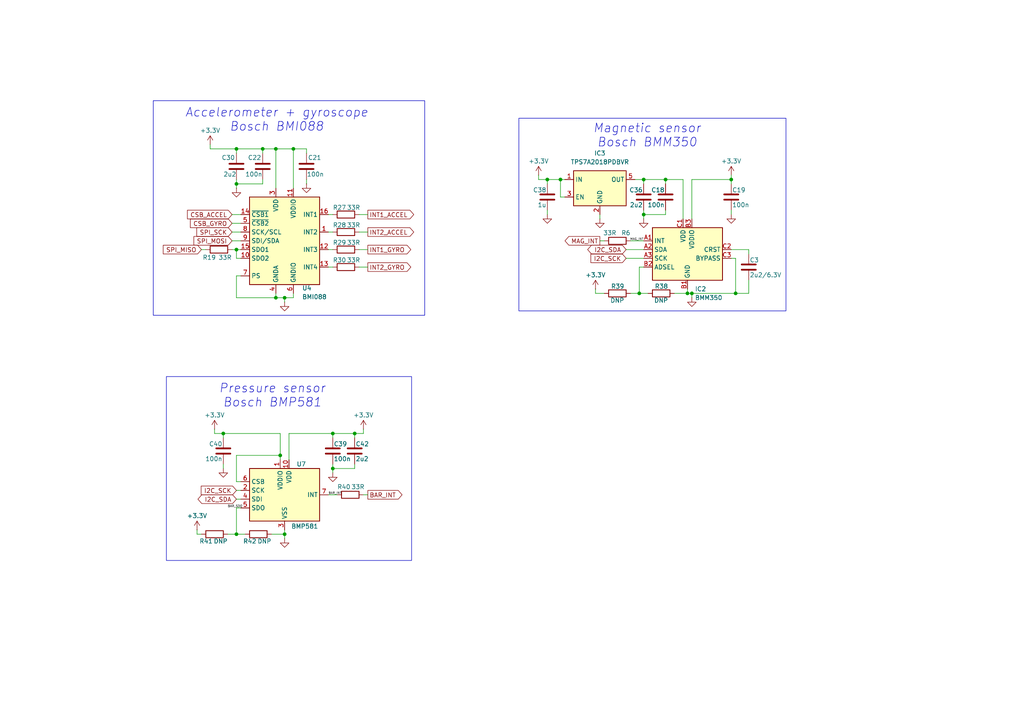
<source format=kicad_sch>
(kicad_sch (version 20250114) (generator "eeschema") (generator_version "9.0")
  (paper "A4")
  (lib_symbols
    (symbol "Device:C" (pin_numbers (hide yes)) (pin_names (offset 0.254))
      (property "Reference" "C" (at 0.635 2.54 0))
      (property "Value" "C" (at 0.635 -2.54 0))
      (symbol "C_0_1"
        (polyline (pts (xy -2.032 0.762) (xy 2.032 0.762)) (stroke (width 0.508)))
        (polyline (pts (xy -2.032 -0.762) (xy 2.032 -0.762)) (stroke (width 0.508)))
      )
      (symbol "C_1_1"
        (pin passive line (at 0 3.81 270) (length 2.794) (name "~") (number "1"))
        (pin passive line (at 0 -3.81 90) (length 2.794) (name "~") (number "2"))
      )
    )
    (symbol "Device:R" (pin_numbers (hide yes)) (pin_names (offset 0))
      (property "Reference" "R" (at 2.032 0 90))
      (property "Value" "R" (at 0 0 90))
      (symbol "R_0_1"
        (rectangle (start -1.016 -2.54) (end 1.016 2.54) (stroke (width 0.254)))
      )
      (symbol "R_1_1"
        (pin passive line (at 0 3.81 270) (length 1.27) (name "~") (number "1"))
        (pin passive line (at 0 -3.81 90) (length 1.27) (name "~") (number "2"))
      )
    )
    (symbol "SamacSys_Parts:BMM350"
      (property "Reference" "IC" (at 29.21 7.62 0))
      (property "Value" "BMM350" (at 29.21 5.08 0))
      (symbol "BMM350_1_1"
        (rectangle (start 7.62 2.54) (end 27.94 -12.7) (stroke (width 0.254)) (fill (type background)))
        (pin passive line (at 5.08 -1.27 0) (length 2.54) (name "INT") (number "A1"))
        (pin passive line (at 5.08 -3.81 0) (length 2.54) (name "SDA") (number "A2"))
        (pin passive line (at 5.08 -6.35 0) (length 2.54) (name "SCK") (number "A3"))
        (pin passive line (at 5.08 -8.89 0) (length 2.54) (name "ADSEL") (number "B2"))
        (pin passive line (at 16.51 5.08 270) (length 2.54) (name "VDD") (number "C1"))
        (pin passive line (at 17.78 -15.24 90) (length 2.54) (name "GND") (number "B1"))
        (pin passive line (at 19.05 5.08 270) (length 2.54) (name "VDDIO") (number "B3"))
        (pin passive line (at 30.48 -3.81 180) (length 2.54) (name "CRST") (number "C2"))
        (pin passive line (at 30.48 -6.35 180) (length 2.54) (name "BYPASS") (number "C3"))
      )
    )
    (symbol "SamacSys_Parts:BMP581"
      (property "Reference" "U" (at 26.67 17.78 0))
      (property "Value" "BMP581" (at 26.67 15.24 0))
      (symbol "BMP581_1_1"
        (rectangle (start 5.08 10.16) (end 25.4 -5.08) (stroke (width 0.254)) (fill (type background)))
        (pin passive line (at 2.54 6.35 0) (length 2.54) (name "CSB") (number "6"))
        (pin passive line (at 2.54 3.81 0) (length 2.54) (name "SCK") (number "2"))
        (pin passive line (at 2.54 1.27 0) (length 2.54) (name "SDI") (number "4"))
        (pin passive line (at 2.54 -1.27 0) (length 2.54) (name "SDO") (number "5"))
        (pin passive line (at 13.97 12.7 270) (length 2.54) (name "VDDIO") (number "1"))
        (pin power_in line (at 15.24 -7.62 90) (length 2.54) (name "VSS") (number "3"))
        (pin power_in line (at 15.24 -7.62 90) (length 2.54) (hide yes) (name "VSS") (number "8"))
        (pin power_in line (at 15.24 -7.62 90) (length 2.54) (hide yes) (name "VSS") (number "9"))
        (pin passive line (at 16.51 12.7 270) (length 2.54) (name "VDD") (number "10"))
        (pin passive line (at 27.94 2.54 180) (length 2.54) (name "INT") (number "7"))
      )
    )
    (symbol "SamacSys_Parts:TPS7A2018PDBVR"
      (property "Reference" "IC" (at 6.35 7.366 0))
      (property "Value" "TPS7A2018PDBVR" (at 6.35 4.826 0))
      (symbol "TPS7A2018PDBVR_1_1"
        (rectangle (start 5.08 2.54) (end 20.32 -7.62) (stroke (width 0.254)) (fill (type background)))
        (pin passive line (at 2.54 0 0) (length 2.54) (name "IN") (number "1"))
        (pin passive line (at 2.54 -5.08 0) (length 2.54) (name "EN") (number "3"))
        (pin passive line (at 12.7 -10.16 90) (length 2.54) (name "GND") (number "2"))
        (pin passive line (at 22.86 0 180) (length 2.54) (name "OUT") (number "5"))
        (pin no_connect line (at 22.86 -5.08 180) (length 2.54) (hide yes) (name "N/C") (number "4"))
      )
    )
    (symbol "Sensor_Motion:BMI088"
      (property "Reference" "U" (at -8.89 13.97 0))
      (property "Value" "BMI088" (at 8.89 13.97 0))
      (symbol "BMI088_1_1"
        (rectangle (start -10.16 12.7) (end 10.16 -12.7) (stroke (width 0.254)) (fill (type background)))
        (pin input line (at -12.7 7.62 0) (length 2.54) (name "~{CSB1}") (number "14"))
        (pin input line (at -12.7 5.08 0) (length 2.54) (name "~{CSB2}") (number "5"))
        (pin input line (at -12.7 2.54 0) (length 2.54) (name "SCK/SCL") (number "8"))
        (pin bidirectional line (at -12.7 0 0) (length 2.54) (name "SDI/SDA") (number "9"))
        (pin output line (at -12.7 -2.54 0) (length 2.54) (name "SDO1") (number "15"))
        (pin output line (at -12.7 -5.08 0) (length 2.54) (name "SDO2") (number "10"))
        (pin input line (at -12.7 -10.16 0) (length 2.54) (name "PS") (number "7"))
        (pin power_in line (at -2.54 15.24 270) (length 2.54) (name "VDD") (number "3"))
        (pin passive line (at -2.54 -15.24 90) (length 2.54) (hide yes) (name "GNDA") (number "2"))
        (pin power_in line (at -2.54 -15.24 90) (length 2.54) (name "GNDA") (number "4"))
        (pin power_in line (at 2.54 15.24 270) (length 2.54) (name "VDDIO") (number "11"))
        (pin power_in line (at 2.54 -15.24 90) (length 2.54) (name "GNDIO") (number "6"))
        (pin bidirectional line (at 12.7 7.62 180) (length 2.54) (name "INT1") (number "16"))
        (pin bidirectional line (at 12.7 2.54 180) (length 2.54) (name "INT2") (number "1"))
        (pin bidirectional line (at 12.7 -2.54 180) (length 2.54) (name "INT3") (number "12"))
        (pin bidirectional line (at 12.7 -7.62 180) (length 2.54) (name "INT4") (number "13"))
      )
    )
    (symbol "power:+3.3V" (power) (pin_numbers (hide yes)) (pin_names (offset 0) (hide yes))
      (property "Value" "+3.3V" (at 0 3.556 0))
      (symbol "+3.3V_0_1"
        (polyline (pts (xy -0.762 1.27) (xy 0 2.54)))
        (polyline (pts (xy 0 2.54) (xy 0.762 1.27)))
        (polyline (pts (xy 0 0) (xy 0 2.54)))
      )
      (symbol "+3.3V_1_1"
        (pin power_in line (at 0 0 90) (length 0) (name "~") (number "1"))
      )
    )
    (symbol "power:GND" (power) (pin_numbers (hide yes)) (pin_names (offset 0) (hide yes))
      (property "Value" "GND" (at 0 -3.81 0))
      (symbol "GND_0_1"
        (polyline (pts (xy 0 0) (xy 0 -1.27) (xy 1.27 -1.27) (xy 0 -2.54) (xy -1.27 -1.27) (xy 0 -1.27)))
      )
      (symbol "GND_1_1"
        (pin power_in line (at 0 0 270) (length 0) (name "~") (number "1"))
      )
    )
  )
  (rectangle (start 150.495 34.29) (end 227.965 90.17))
  (rectangle (start 44.45 29.21) (end 123.19 91.44))
  (rectangle (start 48.26 109.22) (end 119.38 162.56))
  (text "Accelerometer + gyroscope\nBosch BMI088" (at 80.264 34.798 0) (effects (font (size 2.54 2.54) (italic yes))))
  (text "Magnetic sensor\nBosch BMM350" (at 187.706 39.37 0) (effects (font (size 2.54 2.54) (italic yes))))
  (text "Pressure sensor\nBosch BMP581" (at 78.994 114.808 0) (effects (font (size 2.54 2.54) (italic yes))))
  (junction (at 82.55 86.36))
  (junction (at 68.58 72.39))
  (junction (at 158.75 52.07))
  (junction (at 80.01 43.18))
  (junction (at 80.01 86.36))
  (junction (at 200.66 85.09))
  (junction (at 82.55 154.94))
  (junction (at 68.58 53.34))
  (junction (at 81.28 132.08))
  (junction (at 85.09 43.18))
  (junction (at 186.69 52.07))
  (junction (at 186.69 62.23))
  (junction (at 76.2 43.18))
  (junction (at 185.42 85.09))
  (junction (at 96.52 135.89))
  (junction (at 212.09 52.07))
  (junction (at 102.87 125.73))
  (junction (at 199.39 85.09))
  (junction (at 64.77 125.73))
  (junction (at 162.56 52.07))
  (junction (at 213.36 85.09))
  (junction (at 68.58 154.94))
  (junction (at 96.52 125.73))
  (junction (at 193.04 52.07))
  (junction (at 68.58 43.18))
  (wire (pts (xy 68.58 74.93) (xy 68.58 72.39)))
  (wire (pts (xy 80.01 43.18) (xy 80.01 54.61)))
  (wire (pts (xy 81.28 132.08) (xy 81.28 133.35)))
  (wire (pts (xy 95.25 143.51) (xy 97.79 143.51)))
  (wire (pts (xy 80.01 43.18) (xy 85.09 43.18)))
  (wire (pts (xy 156.21 50.8) (xy 156.21 52.07)))
  (wire (pts (xy 58.42 154.94) (xy 57.15 154.94)))
  (wire (pts (xy 82.55 86.36) (xy 85.09 86.36)))
  (wire (pts (xy 163.83 57.15) (xy 162.56 57.15)))
  (wire (pts (xy 181.61 74.93) (xy 186.69 74.93)))
  (wire (pts (xy 58.42 72.39) (xy 59.69 72.39)))
  (wire (pts (xy 96.52 67.31) (xy 95.25 67.31)))
  (wire (pts (xy 217.17 72.39) (xy 217.17 73.66)))
  (wire (pts (xy 68.58 132.08) (xy 81.28 132.08)))
  (wire (pts (xy 199.39 83.82) (xy 199.39 85.09)))
  (wire (pts (xy 106.68 77.47) (xy 104.14 77.47)))
  (wire (pts (xy 82.55 154.94) (xy 82.55 156.21)))
  (wire (pts (xy 88.9 43.18) (xy 85.09 43.18)))
  (wire (pts (xy 186.69 60.96) (xy 186.69 62.23)))
  (wire (pts (xy 64.77 134.62) (xy 64.77 135.89)))
  (wire (pts (xy 213.36 74.93) (xy 213.36 85.09)))
  (wire (pts (xy 68.58 147.32) (xy 69.85 147.32)))
  (wire (pts (xy 78.74 154.94) (xy 82.55 154.94)))
  (wire (pts (xy 158.75 52.07) (xy 162.56 52.07)))
  (wire (pts (xy 212.09 72.39) (xy 217.17 72.39)))
  (wire (pts (xy 68.58 43.18) (xy 76.2 43.18)))
  (wire (pts (xy 186.69 77.47) (xy 185.42 77.47)))
  (wire (pts (xy 68.58 154.94) (xy 71.12 154.94)))
  (wire (pts (xy 85.09 85.09) (xy 85.09 86.36)))
  (wire (pts (xy 186.69 53.34) (xy 186.69 52.07)))
  (wire (pts (xy 67.31 62.23) (xy 69.85 62.23)))
  (wire (pts (xy 162.56 57.15) (xy 162.56 52.07)))
  (wire (pts (xy 96.52 135.89) (xy 102.87 135.89)))
  (wire (pts (xy 96.52 62.23) (xy 95.25 62.23)))
  (wire (pts (xy 64.77 125.73) (xy 64.77 127)))
  (wire (pts (xy 67.31 64.77) (xy 69.85 64.77)))
  (wire (pts (xy 81.28 125.73) (xy 81.28 132.08)))
  (wire (pts (xy 173.99 62.23) (xy 173.99 63.5)))
  (wire (pts (xy 76.2 43.18) (xy 80.01 43.18)))
  (wire (pts (xy 66.04 154.94) (xy 68.58 154.94)))
  (wire (pts (xy 96.52 135.89) (xy 96.52 137.16)))
  (wire (pts (xy 158.75 53.34) (xy 158.75 52.07)))
  (wire (pts (xy 105.41 143.51) (xy 106.68 143.51)))
  (wire (pts (xy 69.85 74.93) (xy 68.58 74.93)))
  (wire (pts (xy 212.09 74.93) (xy 213.36 74.93)))
  (wire (pts (xy 158.75 60.96) (xy 158.75 62.23)))
  (wire (pts (xy 193.04 60.96) (xy 193.04 62.23)))
  (wire (pts (xy 88.9 52.07) (xy 88.9 53.34)))
  (wire (pts (xy 156.21 52.07) (xy 158.75 52.07)))
  (wire (pts (xy 106.68 72.39) (xy 104.14 72.39)))
  (wire (pts (xy 182.88 85.09) (xy 185.42 85.09)))
  (wire (pts (xy 68.58 43.18) (xy 68.58 44.45)))
  (wire (pts (xy 105.41 125.73) (xy 105.41 124.46)))
  (wire (pts (xy 68.58 54.61) (xy 68.58 53.34)))
  (wire (pts (xy 76.2 52.07) (xy 76.2 53.34)))
  (wire (pts (xy 195.58 85.09) (xy 199.39 85.09)))
  (wire (pts (xy 83.82 125.73) (xy 83.82 133.35)))
  (wire (pts (xy 68.58 147.32) (xy 68.58 154.94)))
  (wire (pts (xy 105.41 125.73) (xy 102.87 125.73)))
  (wire (pts (xy 82.55 153.67) (xy 82.55 154.94)))
  (wire (pts (xy 67.31 69.85) (xy 69.85 69.85)))
  (wire (pts (xy 186.69 52.07) (xy 193.04 52.07)))
  (wire (pts (xy 200.66 85.09) (xy 199.39 85.09)))
  (wire (pts (xy 88.9 44.45) (xy 88.9 43.18)))
  (wire (pts (xy 175.26 69.85) (xy 173.99 69.85)))
  (wire (pts (xy 68.58 86.36) (xy 80.01 86.36)))
  (wire (pts (xy 217.17 81.28) (xy 217.17 85.09)))
  (wire (pts (xy 185.42 85.09) (xy 185.42 77.47)))
  (wire (pts (xy 82.55 86.36) (xy 80.01 86.36)))
  (wire (pts (xy 68.58 144.78) (xy 69.85 144.78)))
  (wire (pts (xy 68.58 53.34) (xy 76.2 53.34)))
  (wire (pts (xy 162.56 52.07) (xy 163.83 52.07)))
  (wire (pts (xy 172.72 83.82) (xy 172.72 85.09)))
  (wire (pts (xy 96.52 72.39) (xy 95.25 72.39)))
  (wire (pts (xy 76.2 43.18) (xy 76.2 44.45)))
  (wire (pts (xy 62.23 125.73) (xy 62.23 124.46)))
  (wire (pts (xy 193.04 52.07) (xy 193.04 53.34)))
  (wire (pts (xy 68.58 139.7) (xy 69.85 139.7)))
  (wire (pts (xy 186.69 62.23) (xy 186.69 63.5)))
  (wire (pts (xy 68.58 72.39) (xy 69.85 72.39)))
  (wire (pts (xy 67.31 72.39) (xy 68.58 72.39)))
  (wire (pts (xy 198.12 52.07) (xy 198.12 63.5)))
  (wire (pts (xy 68.58 142.24) (xy 69.85 142.24)))
  (wire (pts (xy 200.66 52.07) (xy 200.66 63.5)))
  (wire (pts (xy 68.58 80.01) (xy 68.58 86.36)))
  (wire (pts (xy 68.58 139.7) (xy 68.58 132.08)))
  (wire (pts (xy 212.09 52.07) (xy 212.09 53.34)))
  (wire (pts (xy 67.31 67.31) (xy 69.85 67.31)))
  (wire (pts (xy 83.82 125.73) (xy 96.52 125.73)))
  (wire (pts (xy 96.52 125.73) (xy 96.52 127)))
  (wire (pts (xy 200.66 52.07) (xy 212.09 52.07)))
  (wire (pts (xy 106.68 62.23) (xy 104.14 62.23)))
  (wire (pts (xy 212.09 52.07) (xy 212.09 50.8)))
  (wire (pts (xy 106.68 67.31) (xy 104.14 67.31)))
  (wire (pts (xy 102.87 134.62) (xy 102.87 135.89)))
  (wire (pts (xy 184.15 52.07) (xy 186.69 52.07)))
  (wire (pts (xy 85.09 43.18) (xy 85.09 54.61)))
  (wire (pts (xy 57.15 153.67) (xy 57.15 154.94)))
  (wire (pts (xy 62.23 125.73) (xy 64.77 125.73)))
  (wire (pts (xy 82.55 86.36) (xy 82.55 87.63)))
  (wire (pts (xy 96.52 134.62) (xy 96.52 135.89)))
  (wire (pts (xy 200.66 85.09) (xy 200.66 86.36)))
  (wire (pts (xy 68.58 52.07) (xy 68.58 53.34)))
  (wire (pts (xy 187.96 85.09) (xy 185.42 85.09)))
  (wire (pts (xy 186.69 62.23) (xy 193.04 62.23)))
  (wire (pts (xy 64.77 125.73) (xy 81.28 125.73)))
  (wire (pts (xy 200.66 85.09) (xy 213.36 85.09)))
  (wire (pts (xy 102.87 125.73) (xy 102.87 127)))
  (wire (pts (xy 69.85 80.01) (xy 68.58 80.01)))
  (wire (pts (xy 60.96 43.18) (xy 68.58 43.18)))
  (wire (pts (xy 182.88 69.85) (xy 186.69 69.85)))
  (wire (pts (xy 96.52 77.47) (xy 95.25 77.47)))
  (wire (pts (xy 80.01 85.09) (xy 80.01 86.36)))
  (wire (pts (xy 60.96 41.91) (xy 60.96 43.18)))
  (wire (pts (xy 193.04 52.07) (xy 198.12 52.07)))
  (wire (pts (xy 181.61 72.39) (xy 186.69 72.39)))
  (wire (pts (xy 96.52 125.73) (xy 102.87 125.73)))
  (wire (pts (xy 213.36 85.09) (xy 217.17 85.09)))
  (wire (pts (xy 212.09 60.96) (xy 212.09 62.23)))
  (wire (pts (xy 172.72 85.09) (xy 175.26 85.09)))
  (label "BAR_SDO" (at 66.04 147.32 0) (effects (font (size 0.635 0.635) (thickness 0.0794))))
  (label "MAG_INT" (at 186.69 69.85 180) (effects (font (size 0.635 0.635) (thickness 0.0794))))
  (label "BAR_INT" (at 95.25 143.51 0) (effects (font (size 0.635 0.635) (thickness 0.0794))))
  (global_label "SPI_SCK" (shape input) (at 67.31 67.31 180) (property "Intersheetrefs" "${INTERSHEET_REFS}" (effects (hide yes))))
  (global_label "MAG_INT" (shape output) (at 173.99 69.85 180) (property "Intersheetrefs" "${INTERSHEET_REFS}" (effects (hide yes))))
  (global_label "INT1_GYRO" (shape output) (at 106.68 72.39 0) (property "Intersheetrefs" "${INTERSHEET_REFS}" (effects (hide yes))))
  (global_label "INT2_ACCEL" (shape output) (at 106.68 67.31 0) (property "Intersheetrefs" "${INTERSHEET_REFS}" (effects (hide yes))))
  (global_label "SPI_MOSI" (shape input) (at 67.31 69.85 180) (property "Intersheetrefs" "${INTERSHEET_REFS}" (effects (hide yes))))
  (global_label "I2C_SCK" (shape input) (at 68.58 142.24 180) (property "Intersheetrefs" "${INTERSHEET_REFS}" (effects (hide yes))))
  (global_label "I2C_SCK" (shape input) (at 181.61 74.93 180) (property "Intersheetrefs" "${INTERSHEET_REFS}" (effects (hide yes))))
  (global_label "I2C_SDA" (shape bidirectional) (at 68.58 144.78 180) (property "Intersheetrefs" "${INTERSHEET_REFS}" (effects (hide yes))))
  (global_label "INT1_ACCEL" (shape output) (at 106.68 62.23 0) (property "Intersheetrefs" "${INTERSHEET_REFS}" (effects (hide yes))))
  (global_label "BAR_INT" (shape output) (at 106.68 143.51 0) (property "Intersheetrefs" "${INTERSHEET_REFS}" (effects (hide yes))))
  (global_label "I2C_SDA" (shape bidirectional) (at 181.61 72.39 180) (property "Intersheetrefs" "${INTERSHEET_REFS}" (effects (hide yes))))
  (global_label "SPI_MISO" (shape input) (at 58.42 72.39 180) (property "Intersheetrefs" "${INTERSHEET_REFS}" (effects (hide yes))))
  (global_label "CSB_ACCEL" (shape input) (at 67.31 62.23 180) (property "Intersheetrefs" "${INTERSHEET_REFS}" (effects (hide yes))))
  (global_label "INT2_GYRO" (shape output) (at 106.68 77.47 0) (property "Intersheetrefs" "${INTERSHEET_REFS}" (effects (hide yes))))
  (global_label "CSB_GYRO" (shape input) (at 67.31 64.77 180) (property "Intersheetrefs" "${INTERSHEET_REFS}" (effects (hide yes))))
  (symbol (lib_id "power:GND") (at 173.99 63.5 0) (unit 1)
    (property "Reference" "#PWR066" (effects (hide yes)))
    (property "Value" "GND" (effects (hide yes)))
    (property "Description" "Power symbol creates a global label with name \"GND\" , ground" (effects (hide yes)))
  )
  (symbol (lib_id "Device:C") (at 186.69 57.15 0) (mirror y) (unit 1)
    (property "Reference" "C36" (at 186.436 55.118 0) (effects (justify left)))
    (property "Value" "2u2" (at 186.436 59.436 0) (effects (justify left)))
    (property "Footprint" "Capacitor_SMD:C_0805_2012Metric" (effects (hide yes)))
    (property "Description" "Unpolarized capacitor" (effects (hide yes)))
  )
  (symbol (lib_id "power:GND") (at 88.9 53.34 0) (unit 1)
    (property "Reference" "#PWR077" (effects (hide yes)))
    (property "Value" "GND" (effects (hide yes)))
    (property "Description" "Power symbol creates a global label with name \"GND\" , ground" (effects (hide yes)))
  )
  (symbol (lib_id "SamacSys_Parts:BMP581") (at 67.31 146.05 0) (unit 1)
    (property "Reference" "U7" (at 87.376 134.62 0))
    (property "Value" "BMP581" (at 88.392 152.654 0))
    (property "Footprint" "BMP581" (effects (hide yes)))
    (property "Datasheet" "https://www.bosch-sensortec.com/media/boschsensortec/downloads/datasheets/bst-bmp581-ds004.pdf" (effects (hide yes)))
    (property "Description" "Pressure Sensor 4.35PSI ~ 18.13PSI (30kPa ~ 125kPa) Absolute 10-WFLGA" (effects (hide yes)))
    (property "Height" "0.8" (effects (hide yes)))
    (property "Mouser Part Number" "262-BMP581" (effects (hide yes)))
    (property "Mouser Price/Stock" "https://www.mouser.co.uk/ProductDetail/Bosch-Sensortec/BMP581?qs=Li%252BoUPsLEntPL9tlFmcgXg%3D%3D" (effects (hide yes)))
    (property "Manufacturer_Name" "BOSCH" (effects (hide yes)))
    (property "Manufacturer_Part_Number" "BMP581" (effects (hide yes)))
  )
  (symbol (lib_id "Device:R") (at 101.6 143.51 270) (mirror x) (unit 1) (on_board no)
    (property "Reference" "R40" (at 97.79 141.224 90) (effects (justify left)))
    (property "Value" "33R" (at 101.854 141.224 90) (effects (justify left)))
    (property "Footprint" "Resistor_SMD:R_0603_1608Metric" (effects (hide yes)))
    (property "Description" "Resistor" (effects (hide yes)))
  )
  (symbol (lib_id "power:GND") (at 82.55 87.63 0) (unit 1)
    (property "Reference" "#PWR017" (effects (hide yes)))
    (property "Value" "GND" (effects (hide yes)))
    (property "Description" "Power symbol creates a global label with name \"GND\" , ground" (effects (hide yes)))
  )
  (symbol (lib_id "power:GND") (at 64.77 135.89 0) (mirror y) (unit 1)
    (property "Reference" "#PWR073" (effects (hide yes)))
    (property "Value" "GND" (effects (hide yes)))
    (property "Description" "Power symbol creates a global label with name \"GND\" , ground" (effects (hide yes)))
  )
  (symbol (lib_id "Device:C") (at 96.52 130.81 0) (unit 1)
    (property "Reference" "C39" (at 96.774 128.778 0) (effects (justify left)))
    (property "Value" "100n" (at 96.774 133.096 0) (effects (justify left)))
    (property "Footprint" "Capacitor_SMD:C_0805_2012Metric" (effects (hide yes)))
    (property "Description" "Unpolarized capacitor" (effects (hide yes)))
  )
  (symbol (lib_id "Device:R") (at 74.93 154.94 90) (mirror x) (unit 1)
    (property "Reference" "R42" (at 74.422 156.972 90) (effects (justify left)))
    (property "Value" "DNP" (at 78.74 156.972 90) (effects (justify left)))
    (property "Footprint" "Resistor_SMD:R_0201_0603Metric" (effects (hide yes)))
    (property "Description" "Resistor" (effects (hide yes)))
  )
  (symbol (lib_id "Device:C") (at 217.17 77.47 0) (unit 1)
    (property "Reference" "C3" (at 217.424 75.438 0) (effects (justify left)))
    (property "Value" "2u2/6.3V" (at 217.424 79.756 0) (effects (justify left)))
    (property "Footprint" "Capacitor_SMD:C_0805_2012Metric" (effects (hide yes)))
    (property "Description" "Unpolarized capacitor" (effects (hide yes)))
  )
  (symbol (lib_id "Device:R") (at 100.33 67.31 270) (unit 1)
    (property "Reference" "R28" (at 96.52 65.278 90) (effects (justify left)))
    (property "Value" "33R" (at 100.584 65.278 90) (effects (justify left)))
    (property "Footprint" "Resistor_SMD:R_0603_1608Metric" (effects (hide yes)))
    (property "Description" "Resistor" (effects (hide yes)))
  )
  (symbol (lib_id "Device:R") (at 100.33 77.47 270) (unit 1)
    (property "Reference" "R30" (at 96.52 75.438 90) (effects (justify left)))
    (property "Value" "33R" (at 100.584 75.438 90) (effects (justify left)))
    (property "Footprint" "Resistor_SMD:R_0603_1608Metric" (effects (hide yes)))
    (property "Description" "Resistor" (effects (hide yes)))
  )
  (symbol (lib_id "Device:C") (at 212.09 57.15 0) (unit 1)
    (property "Reference" "C19" (at 212.344 55.118 0) (effects (justify left)))
    (property "Value" "100n" (at 212.344 59.436 0) (effects (justify left)))
    (property "Footprint" "Capacitor_SMD:C_0805_2012Metric" (effects (hide yes)))
    (property "Description" "Unpolarized capacitor" (effects (hide yes)))
  )
  (symbol (lib_id "Device:C") (at 76.2 48.26 0) (unit 1)
    (property "Reference" "C22" (at 71.882 45.72 0) (effects (justify left)))
    (property "Value" "100n" (at 71.12 50.546 0) (effects (justify left)))
    (property "Footprint" "Capacitor_SMD:C_0805_2012Metric" (effects (hide yes)))
    (property "Description" "Unpolarized capacitor" (effects (hide yes)))
  )
  (symbol (lib_id "power:+3.3V") (at 172.72 83.82 0) (unit 1)
    (property "Reference" "#PWR069" (effects (hide yes)))
    (property "Value" "+3.3V" (at 172.72 79.756 0))
    (property "Description" "Power symbol creates a global label with name \"+3.3V\"" (effects (hide yes)))
  )
  (symbol (lib_id "power:GND") (at 82.55 156.21 0) (unit 1)
    (property "Reference" "#PWR061" (effects (hide yes)))
    (property "Value" "GND" (effects (hide yes)))
    (property "Description" "Power symbol creates a global label with name \"GND\" , ground" (effects (hide yes)))
  )
  (symbol (lib_id "power:+3.3V") (at 57.15 153.67 0) (mirror y) (unit 1)
    (property "Reference" "#PWR076" (effects (hide yes)))
    (property "Value" "+3.3V" (at 57.15 149.606 0))
    (property "Description" "Power symbol creates a global label with name \"+3.3V\"" (effects (hide yes)))
  )
  (symbol (lib_id "power:+3.3V") (at 156.21 50.8 0) (unit 1)
    (property "Reference" "#PWR068" (effects (hide yes)))
    (property "Value" "+3.3V" (at 156.21 46.736 0))
    (property "Description" "Power symbol creates a global label with name \"+3.3V\"" (effects (hide yes)))
  )
  (symbol (lib_id "Device:R") (at 62.23 154.94 90) (mirror x) (unit 1)
    (property "Reference" "R41" (at 61.722 156.972 90) (effects (justify left)))
    (property "Value" "DNP" (at 66.04 156.972 90) (effects (justify left)))
    (property "Footprint" "Resistor_SMD:R_0201_0603Metric" (effects (hide yes)))
    (property "Description" "Resistor" (effects (hide yes)))
  )
  (symbol (lib_id "SamacSys_Parts:BMM350") (at 181.61 68.58 0) (unit 1)
    (property "Reference" "IC2" (at 201.5333 83.82 0) (effects (justify left)))
    (property "Value" "BMM350" (at 201.5333 86.36 0) (effects (justify left)))
    (property "Footprint" "BGA9C40P3X3_128X128X54" (effects (hide yes)))
    (property "Datasheet" "https://www.bosch-sensortec.com/media/boschsensortec/downloads/datasheets/bst-bmm350-ds001.pdf" (effects (hide yes)))
    (property "Description" "Board Mount Hall Effect / Magnetic Sensors High-Performance Magnometer" (effects (hide yes)))
    (property "Height" "0.54" (effects (hide yes)))
    (property "Mouser Part Number" "262-BMM350" (effects (hide yes)))
    (property "Mouser Price/Stock" "https://www.mouser.co.uk/ProductDetail/Bosch-Sensortec/BMM350?qs=amGC7iS6iy9v98dnmxozLQ%3D%3D" (effects (hide yes)))
    (property "Manufacturer_Name" "BOSCH" (effects (hide yes)))
    (property "Manufacturer_Part_Number" "BMM350" (effects (hide yes)))
  )
  (symbol (lib_id "Device:R") (at 179.07 85.09 90) (unit 1)
    (property "Reference" "R39" (at 181.102 83.058 90) (effects (justify left)))
    (property "Value" "DNP" (at 181.102 87.122 90) (effects (justify left)))
    (property "Footprint" "Resistor_SMD:R_0201_0603Metric" (effects (hide yes)))
    (property "Description" "Resistor" (effects (hide yes)))
  )
  (symbol (lib_id "Device:C") (at 64.77 130.81 0) (mirror y) (unit 1)
    (property "Reference" "C40" (at 64.516 128.778 0) (effects (justify left)))
    (property "Value" "100n" (at 64.516 133.096 0) (effects (justify left)))
    (property "Footprint" "Capacitor_SMD:C_0805_2012Metric" (effects (hide yes)))
    (property "Description" "Unpolarized capacitor" (effects (hide yes)))
  )
  (symbol (lib_id "power:+3.3V") (at 60.96 41.91 0) (unit 1)
    (property "Reference" "#PWR054" (effects (hide yes)))
    (property "Value" "+3.3V" (at 60.96 37.846 0))
    (property "Description" "Power symbol creates a global label with name \"+3.3V\"" (effects (hide yes)))
  )
  (symbol (lib_id "Device:R") (at 63.5 72.39 90) (unit 1)
    (property "Reference" "R19" (at 60.706 74.676 90))
    (property "Value" "33R" (at 65.278 74.676 90))
    (property "Footprint" "Resistor_SMD:R_0603_1608Metric" (effects (hide yes)))
    (property "Description" "Resistor" (effects (hide yes)))
  )
  (symbol (lib_id "Device:C") (at 102.87 130.81 0) (unit 1)
    (property "Reference" "C42" (at 103.124 128.778 0) (effects (justify left)))
    (property "Value" "2u2" (at 103.124 133.096 0) (effects (justify left)))
    (property "Footprint" "Capacitor_SMD:C_0805_2012Metric" (effects (hide yes)))
    (property "Description" "Unpolarized capacitor" (effects (hide yes)))
  )
  (symbol (lib_id "power:+3.3V") (at 212.09 50.8 0) (unit 1)
    (property "Reference" "#PWR064" (effects (hide yes)))
    (property "Value" "+3.3V" (at 212.09 46.736 0))
    (property "Description" "Power symbol creates a global label with name \"+3.3V\"" (effects (hide yes)))
  )
  (symbol (lib_id "Device:R") (at 191.77 85.09 90) (unit 1)
    (property "Reference" "R38" (at 193.802 83.058 90) (effects (justify left)))
    (property "Value" "DNP" (at 193.802 87.122 90) (effects (justify left)))
    (property "Footprint" "Resistor_SMD:R_0201_0603Metric" (effects (hide yes)))
    (property "Description" "Resistor" (effects (hide yes)))
  )
  (symbol (lib_id "power:GND") (at 186.69 63.5 0) (unit 1)
    (property "Reference" "#PWR065" (effects (hide yes)))
    (property "Value" "GND" (effects (hide yes)))
    (property "Description" "Power symbol creates a global label with name \"GND\" , ground" (effects (hide yes)))
  )
  (symbol (lib_id "power:GND") (at 68.58 54.61 0) (unit 1)
    (property "Reference" "#PWR018" (effects (hide yes)))
    (property "Value" "GND" (effects (hide yes)))
    (property "Description" "Power symbol creates a global label with name \"GND\" , ground" (effects (hide yes)))
  )
  (symbol (lib_id "power:+3.3V") (at 105.41 124.46 0) (unit 1)
    (property "Reference" "#PWR070" (effects (hide yes)))
    (property "Value" "+3.3V" (at 105.41 120.396 0))
    (property "Description" "Power symbol creates a global label with name \"+3.3V\"" (effects (hide yes)))
  )
  (symbol (lib_id "power:GND") (at 96.52 137.16 0) (unit 1)
    (property "Reference" "#PWR071" (effects (hide yes)))
    (property "Value" "GND" (effects (hide yes)))
    (property "Description" "Power symbol creates a global label with name \"GND\" , ground" (effects (hide yes)))
  )
  (symbol (lib_id "SamacSys_Parts:TPS7A2018PDBVR") (at 161.29 52.07 0) (unit 1)
    (property "Reference" "IC3" (at 173.99 44.45 0))
    (property "Value" "TPS7A2018PDBVR" (at 173.99 46.99 0))
    (property "Footprint" "SOT95P280X145-5N" (effects (hide yes)))
    (property "Datasheet" "https://datasheet.datasheetarchive.com/originals/distributors/Datasheets_SAMA/e65d9d311cedf91014769949f3101225.pdf" (effects (hide yes)))
    (property "Description" "LDO Voltage Regulators 300-mA, ultra-low-noise, low-IQ, low-dropout (LDO) linear regulator with high PSRR" (effects (hide yes)))
    (property "Height" "1.45" (effects (hide yes)))
    (property "Mouser Part Number" "595-TPS7A2018PDBVR" (effects (hide yes)))
    (property "Mouser Price/Stock" "https://www.mouser.co.uk/ProductDetail/Texas-Instruments/TPS7A2018PDBVR?qs=hd1VzrDQEGheW9qdrIVGew%3D%3D" (effects (hide yes)))
    (property "Manufacturer_Name" "Texas Instruments" (effects (hide yes)))
    (property "Manufacturer_Part_Number" "TPS7A2018PDBVR" (effects (hide yes)))
  )
  (symbol (lib_id "Device:C") (at 158.75 57.15 0) (mirror y) (unit 1)
    (property "Reference" "C38" (at 158.496 55.118 0) (effects (justify left)))
    (property "Value" "1u" (at 158.496 59.436 0) (effects (justify left)))
    (property "Footprint" "Capacitor_SMD:C_0805_2012Metric" (effects (hide yes)))
    (property "Description" "Unpolarized capacitor" (effects (hide yes)))
  )
  (symbol (lib_id "power:+3.3V") (at 62.23 124.46 0) (mirror y) (unit 1)
    (property "Reference" "#PWR072" (effects (hide yes)))
    (property "Value" "+3.3V" (at 62.23 120.396 0))
    (property "Description" "Power symbol creates a global label with name \"+3.3V\"" (effects (hide yes)))
  )
  (symbol (lib_id "Device:R") (at 100.33 62.23 270) (unit 1)
    (property "Reference" "R27" (at 96.52 60.198 90) (effects (justify left)))
    (property "Value" "33R" (at 100.584 60.198 90) (effects (justify left)))
    (property "Footprint" "Resistor_SMD:R_0603_1608Metric" (effects (hide yes)))
    (property "Description" "Resistor" (effects (hide yes)))
  )
  (symbol (lib_id "Device:C") (at 88.9 48.26 0) (mirror y) (unit 1)
    (property "Reference" "C21" (at 93.218 45.72 0) (effects (justify left)))
    (property "Value" "100n" (at 93.98 50.546 0) (effects (justify left)))
    (property "Footprint" "Capacitor_SMD:C_0805_2012Metric" (effects (hide yes)))
    (property "Description" "Unpolarized capacitor" (effects (hide yes)))
  )
  (symbol (lib_id "Device:R") (at 100.33 72.39 270) (unit 1)
    (property "Reference" "R29" (at 96.52 70.358 90) (effects (justify left)))
    (property "Value" "33R" (at 100.584 70.358 90) (effects (justify left)))
    (property "Footprint" "Resistor_SMD:R_0603_1608Metric" (effects (hide yes)))
    (property "Description" "Resistor" (effects (hide yes)))
  )
  (symbol (lib_id "power:GND") (at 200.66 86.36 0) (unit 1)
    (property "Reference" "#PWR060" (effects (hide yes)))
    (property "Value" "GND" (effects (hide yes)))
    (property "Description" "Power symbol creates a global label with name \"GND\" , ground" (effects (hide yes)))
  )
  (symbol (lib_id "power:GND") (at 158.75 62.23 0) (unit 1)
    (property "Reference" "#PWR067" (effects (hide yes)))
    (property "Value" "GND" (effects (hide yes)))
    (property "Description" "Power symbol creates a global label with name \"GND\" , ground" (effects (hide yes)))
  )
  (symbol (lib_id "Device:C") (at 193.04 57.15 0) (mirror y) (unit 1)
    (property "Reference" "C18" (at 192.786 55.118 0) (effects (justify left)))
    (property "Value" "100n" (at 192.786 59.436 0) (effects (justify left)))
    (property "Footprint" "Capacitor_SMD:C_0805_2012Metric" (effects (hide yes)))
    (property "Description" "Unpolarized capacitor" (effects (hide yes)))
  )
  (symbol (lib_id "Device:R") (at 179.07 69.85 90) (unit 1) (on_board no)
    (property "Reference" "R6" (at 182.88 67.564 90) (effects (justify left)))
    (property "Value" "33R" (at 178.816 67.564 90) (effects (justify left)))
    (property "Footprint" "Resistor_SMD:R_0603_1608Metric" (effects (hide yes)))
    (property "Description" "Resistor" (effects (hide yes)))
  )
  (symbol (lib_id "Sensor_Motion:BMI088") (at 82.55 69.85 0) (unit 1)
    (property "Reference" "U4" (at 87.63 83.566 0) (effects (justify left)))
    (property "Value" "BMI088" (at 87.63 86.106 0) (effects (justify left)))
    (property "Footprint" "Package_LGA:Bosch_LGA-16_4.5x3mm_P0.5mm_LayoutBorder7x1y_ClockwisePinNumbering" (effects (hide yes)))
    (property "Datasheet" "https://www.bosch-sensortec.com/media/boschsensortec/downloads/datasheets/bst-bmi088-ds001.pdf" (effects (hide yes)))
    (property "Description" "Accelerometer, Gyroscope, 6-Axis Sensor, I2C / SPI interface, LGA-16" (effects (hide yes)))
  )
  (symbol (lib_id "power:GND") (at 212.09 62.23 0) (unit 1)
    (property "Reference" "#PWR063" (effects (hide yes)))
    (property "Value" "GND" (effects (hide yes)))
    (property "Description" "Power symbol creates a global label with name \"GND\" , ground" (effects (hide yes)))
  )
  (symbol (lib_id "Device:C") (at 68.58 48.26 0) (unit 1)
    (property "Reference" "C30" (at 64.262 45.72 0) (effects (justify left)))
    (property "Value" "2u2" (at 64.77 50.546 0) (effects (justify left)))
    (property "Footprint" "Capacitor_SMD:C_0805_2012Metric" (effects (hide yes)))
    (property "Description" "Unpolarized capacitor" (effects (hide yes)))
  )
)
</source>
